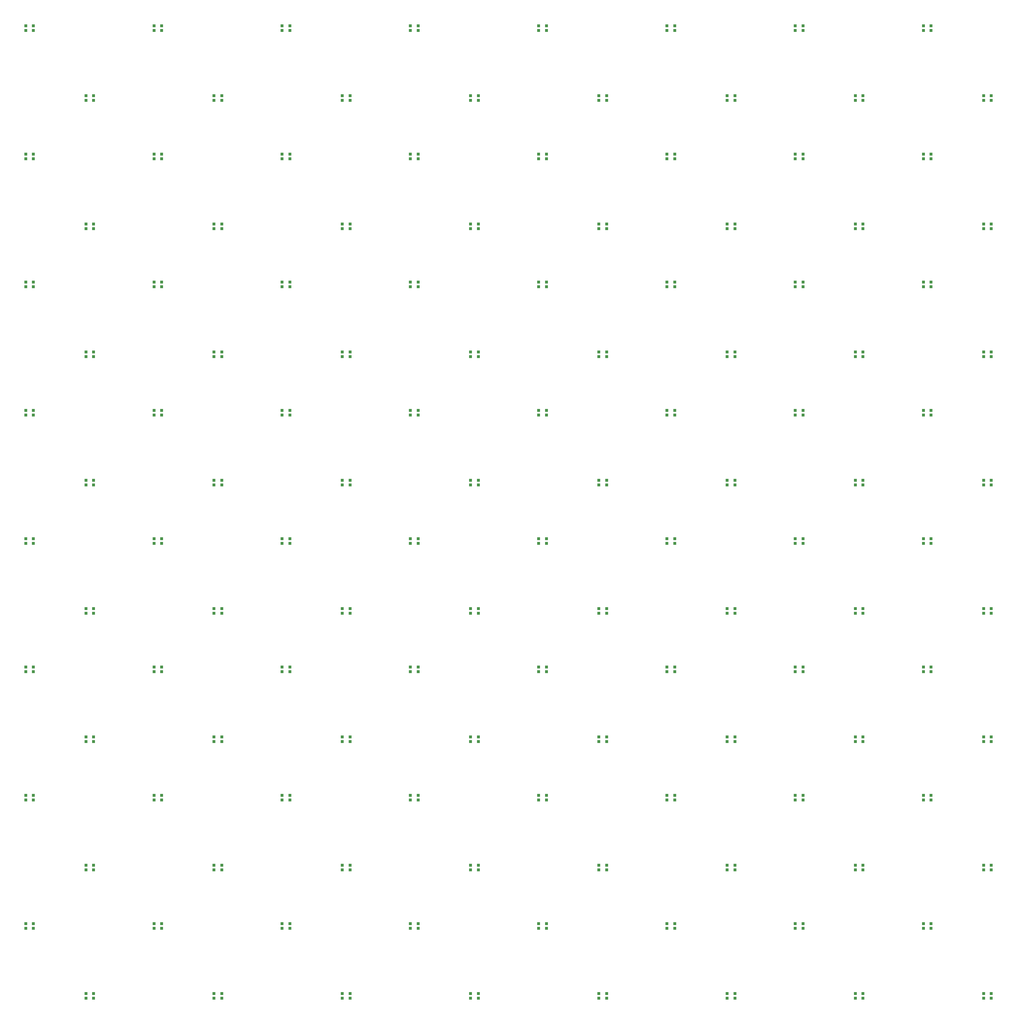
<source format=gbr>
%TF.GenerationSoftware,KiCad,Pcbnew,9.0.1*%
%TF.CreationDate,2025-05-31T16:07:01+01:00*%
%TF.ProjectId,Button MIDI Controller,42757474-6f6e-4204-9d49-444920436f6e,rev?*%
%TF.SameCoordinates,Original*%
%TF.FileFunction,Paste,Top*%
%TF.FilePolarity,Positive*%
%FSLAX46Y46*%
G04 Gerber Fmt 4.6, Leading zero omitted, Abs format (unit mm)*
G04 Created by KiCad (PCBNEW 9.0.1) date 2025-05-31 16:07:01*
%MOMM*%
%LPD*%
G01*
G04 APERTURE LIST*
%ADD10R,0.700000X0.700000*%
G04 APERTURE END LIST*
D10*
%TO.C,D90*%
X-85317000Y266414000D03*
X-85317000Y265314000D03*
X-83487000Y265314000D03*
X-83487000Y266414000D03*
%TD*%
%TO.C,D114*%
X-249201000Y221224000D03*
X-249201000Y222324000D03*
X-251031000Y222324000D03*
X-251031000Y221224000D03*
%TD*%
%TO.C,D192*%
X-267117000Y84614000D03*
X-267117000Y83514000D03*
X-265287000Y83514000D03*
X-265287000Y84614000D03*
%TD*%
%TO.C,D109*%
X-176217000Y236114000D03*
X-176217000Y235014000D03*
X-174387000Y235014000D03*
X-174387000Y236114000D03*
%TD*%
%TO.C,D88*%
X-67401000Y281824000D03*
X-67401000Y282924000D03*
X-69231000Y282924000D03*
X-69231000Y281824000D03*
%TD*%
%TO.C,D120*%
X-67401000Y221224000D03*
X-67401000Y222324000D03*
X-69231000Y222324000D03*
X-69231000Y221224000D03*
%TD*%
%TO.C,D161*%
X-279501000Y130324000D03*
X-279501000Y131424000D03*
X-281331000Y131424000D03*
X-281331000Y130324000D03*
%TD*%
%TO.C,D89*%
X-55017000Y266414000D03*
X-55017000Y265314000D03*
X-53187000Y265314000D03*
X-53187000Y266414000D03*
%TD*%
%TO.C,D152*%
X-67401000Y160624000D03*
X-67401000Y161724000D03*
X-69231000Y161724000D03*
X-69231000Y160624000D03*
%TD*%
%TO.C,D107*%
X-115617000Y236114000D03*
X-115617000Y235014000D03*
X-113787000Y235014000D03*
X-113787000Y236114000D03*
%TD*%
%TO.C,D137*%
X-55017000Y175514000D03*
X-55017000Y174414000D03*
X-53187000Y174414000D03*
X-53187000Y175514000D03*
%TD*%
%TO.C,D133*%
X-158301000Y190924000D03*
X-158301000Y192024000D03*
X-160131000Y192024000D03*
X-160131000Y190924000D03*
%TD*%
%TO.C,D113*%
X-279501000Y221224000D03*
X-279501000Y222324000D03*
X-281331000Y222324000D03*
X-281331000Y221224000D03*
%TD*%
%TO.C,D91*%
X-115617000Y266414000D03*
X-115617000Y265314000D03*
X-113787000Y265314000D03*
X-113787000Y266414000D03*
%TD*%
%TO.C,D84*%
X-188601000Y281824000D03*
X-188601000Y282924000D03*
X-190431000Y282924000D03*
X-190431000Y281824000D03*
%TD*%
%TO.C,D119*%
X-97701000Y221224000D03*
X-97701000Y222324000D03*
X-99531000Y222324000D03*
X-99531000Y221224000D03*
%TD*%
%TO.C,D174*%
X-206517000Y114914000D03*
X-206517000Y113814000D03*
X-204687000Y113814000D03*
X-204687000Y114914000D03*
%TD*%
%TO.C,D112*%
X-267117000Y236114000D03*
X-267117000Y235014000D03*
X-265287000Y235014000D03*
X-265287000Y236114000D03*
%TD*%
%TO.C,D160*%
X-267117000Y145214000D03*
X-267117000Y144114000D03*
X-265287000Y144114000D03*
X-265287000Y145214000D03*
%TD*%
%TO.C,D153*%
X-55017000Y145214000D03*
X-55017000Y144114000D03*
X-53187000Y144114000D03*
X-53187000Y145214000D03*
%TD*%
%TO.C,D92*%
X-145917000Y266414000D03*
X-145917000Y265314000D03*
X-144087000Y265314000D03*
X-144087000Y266414000D03*
%TD*%
%TO.C,D94*%
X-206517000Y266414000D03*
X-206517000Y265314000D03*
X-204687000Y265314000D03*
X-204687000Y266414000D03*
%TD*%
%TO.C,D69*%
X-158301000Y312124000D03*
X-158301000Y313224000D03*
X-160131000Y313224000D03*
X-160131000Y312124000D03*
%TD*%
%TO.C,D188*%
X-145917000Y84614000D03*
X-145917000Y83514000D03*
X-144087000Y83514000D03*
X-144087000Y84614000D03*
%TD*%
%TO.C,D72*%
X-67401000Y312124000D03*
X-67401000Y313224000D03*
X-69231000Y313224000D03*
X-69231000Y312124000D03*
%TD*%
%TO.C,D130*%
X-249201000Y190924000D03*
X-249201000Y192024000D03*
X-251031000Y192024000D03*
X-251031000Y190924000D03*
%TD*%
%TO.C,D132*%
X-188601000Y190924000D03*
X-188601000Y192024000D03*
X-190431000Y192024000D03*
X-190431000Y190924000D03*
%TD*%
%TO.C,D175*%
X-236817000Y114914000D03*
X-236817000Y113814000D03*
X-234987000Y113814000D03*
X-234987000Y114914000D03*
%TD*%
%TO.C,D66*%
X-249201000Y312124000D03*
X-249201000Y313224000D03*
X-251031000Y313224000D03*
X-251031000Y312124000D03*
%TD*%
%TO.C,D95*%
X-236817000Y266414000D03*
X-236817000Y265314000D03*
X-234987000Y265314000D03*
X-234987000Y266414000D03*
%TD*%
%TO.C,D186*%
X-85317000Y84614000D03*
X-85317000Y83514000D03*
X-83487000Y83514000D03*
X-83487000Y84614000D03*
%TD*%
%TO.C,D77*%
X-176217000Y296714000D03*
X-176217000Y295614000D03*
X-174387000Y295614000D03*
X-174387000Y296714000D03*
%TD*%
%TO.C,D80*%
X-267117000Y296714000D03*
X-267117000Y295614000D03*
X-265287000Y295614000D03*
X-265287000Y296714000D03*
%TD*%
%TO.C,D129*%
X-279501000Y190924000D03*
X-279501000Y192024000D03*
X-281331000Y192024000D03*
X-281331000Y190924000D03*
%TD*%
%TO.C,D158*%
X-206517000Y145214000D03*
X-206517000Y144114000D03*
X-204687000Y144114000D03*
X-204687000Y145214000D03*
%TD*%
%TO.C,D148*%
X-188601000Y160624000D03*
X-188601000Y161724000D03*
X-190431000Y161724000D03*
X-190431000Y160624000D03*
%TD*%
%TO.C,D187*%
X-115617000Y84614000D03*
X-115617000Y83514000D03*
X-113787000Y83514000D03*
X-113787000Y84614000D03*
%TD*%
%TO.C,D110*%
X-206517000Y236114000D03*
X-206517000Y235014000D03*
X-204687000Y235014000D03*
X-204687000Y236114000D03*
%TD*%
%TO.C,D177*%
X-279501000Y100024000D03*
X-279501000Y101124000D03*
X-281331000Y101124000D03*
X-281331000Y100024000D03*
%TD*%
%TO.C,D154*%
X-85317000Y145214000D03*
X-85317000Y144114000D03*
X-83487000Y144114000D03*
X-83487000Y145214000D03*
%TD*%
%TO.C,D100*%
X-188601000Y251524000D03*
X-188601000Y252624000D03*
X-190431000Y252624000D03*
X-190431000Y251524000D03*
%TD*%
%TO.C,D134*%
X-128001000Y190924000D03*
X-128001000Y192024000D03*
X-129831000Y192024000D03*
X-129831000Y190924000D03*
%TD*%
%TO.C,D151*%
X-97701000Y160624000D03*
X-97701000Y161724000D03*
X-99531000Y161724000D03*
X-99531000Y160624000D03*
%TD*%
%TO.C,D126*%
X-206517000Y205814000D03*
X-206517000Y204714000D03*
X-204687000Y204714000D03*
X-204687000Y205814000D03*
%TD*%
%TO.C,D139*%
X-115617000Y175514000D03*
X-115617000Y174414000D03*
X-113787000Y174414000D03*
X-113787000Y175514000D03*
%TD*%
%TO.C,D103*%
X-97701000Y251524000D03*
X-97701000Y252624000D03*
X-99531000Y252624000D03*
X-99531000Y251524000D03*
%TD*%
%TO.C,D106*%
X-85317000Y236114000D03*
X-85317000Y235014000D03*
X-83487000Y235014000D03*
X-83487000Y236114000D03*
%TD*%
%TO.C,D87*%
X-97701000Y281824000D03*
X-97701000Y282924000D03*
X-99531000Y282924000D03*
X-99531000Y281824000D03*
%TD*%
%TO.C,D184*%
X-67401000Y100024000D03*
X-67401000Y101124000D03*
X-69231000Y101124000D03*
X-69231000Y100024000D03*
%TD*%
%TO.C,D65*%
X-279501000Y312124000D03*
X-279501000Y313224000D03*
X-281331000Y313224000D03*
X-281331000Y312124000D03*
%TD*%
%TO.C,D99*%
X-218901000Y251524000D03*
X-218901000Y252624000D03*
X-220731000Y252624000D03*
X-220731000Y251524000D03*
%TD*%
%TO.C,D165*%
X-158301000Y130324000D03*
X-158301000Y131424000D03*
X-160131000Y131424000D03*
X-160131000Y130324000D03*
%TD*%
%TO.C,D156*%
X-145917000Y145214000D03*
X-145917000Y144114000D03*
X-144087000Y144114000D03*
X-144087000Y145214000D03*
%TD*%
%TO.C,D75*%
X-115617000Y296714000D03*
X-115617000Y295614000D03*
X-113787000Y295614000D03*
X-113787000Y296714000D03*
%TD*%
%TO.C,D164*%
X-188601000Y130324000D03*
X-188601000Y131424000D03*
X-190431000Y131424000D03*
X-190431000Y130324000D03*
%TD*%
%TO.C,D168*%
X-67401000Y130324000D03*
X-67401000Y131424000D03*
X-69231000Y131424000D03*
X-69231000Y130324000D03*
%TD*%
%TO.C,D190*%
X-206517000Y84614000D03*
X-206517000Y83514000D03*
X-204687000Y83514000D03*
X-204687000Y84614000D03*
%TD*%
%TO.C,D82*%
X-249201000Y281824000D03*
X-249201000Y282924000D03*
X-251031000Y282924000D03*
X-251031000Y281824000D03*
%TD*%
%TO.C,D70*%
X-128001000Y312124000D03*
X-128001000Y313224000D03*
X-129831000Y313224000D03*
X-129831000Y312124000D03*
%TD*%
%TO.C,D122*%
X-85317000Y205814000D03*
X-85317000Y204714000D03*
X-83487000Y204714000D03*
X-83487000Y205814000D03*
%TD*%
%TO.C,D101*%
X-158301000Y251524000D03*
X-158301000Y252624000D03*
X-160131000Y252624000D03*
X-160131000Y251524000D03*
%TD*%
%TO.C,D185*%
X-55017000Y84614000D03*
X-55017000Y83514000D03*
X-53187000Y83514000D03*
X-53187000Y84614000D03*
%TD*%
%TO.C,D163*%
X-218901000Y130324000D03*
X-218901000Y131424000D03*
X-220731000Y131424000D03*
X-220731000Y130324000D03*
%TD*%
%TO.C,D83*%
X-218901000Y281824000D03*
X-218901000Y282924000D03*
X-220731000Y282924000D03*
X-220731000Y281824000D03*
%TD*%
%TO.C,D150*%
X-128001000Y160624000D03*
X-128001000Y161724000D03*
X-129831000Y161724000D03*
X-129831000Y160624000D03*
%TD*%
%TO.C,D71*%
X-97701000Y312124000D03*
X-97701000Y313224000D03*
X-99531000Y313224000D03*
X-99531000Y312124000D03*
%TD*%
%TO.C,D182*%
X-128001000Y100024000D03*
X-128001000Y101124000D03*
X-129831000Y101124000D03*
X-129831000Y100024000D03*
%TD*%
%TO.C,D115*%
X-218901000Y221224000D03*
X-218901000Y222324000D03*
X-220731000Y222324000D03*
X-220731000Y221224000D03*
%TD*%
%TO.C,D81*%
X-279501000Y281824000D03*
X-279501000Y282924000D03*
X-281331000Y282924000D03*
X-281331000Y281824000D03*
%TD*%
%TO.C,D191*%
X-236817000Y84614000D03*
X-236817000Y83514000D03*
X-234987000Y83514000D03*
X-234987000Y84614000D03*
%TD*%
%TO.C,D135*%
X-97701000Y190924000D03*
X-97701000Y192024000D03*
X-99531000Y192024000D03*
X-99531000Y190924000D03*
%TD*%
%TO.C,D178*%
X-249201000Y100024000D03*
X-249201000Y101124000D03*
X-251031000Y101124000D03*
X-251031000Y100024000D03*
%TD*%
%TO.C,D98*%
X-249201000Y251524000D03*
X-249201000Y252624000D03*
X-251031000Y252624000D03*
X-251031000Y251524000D03*
%TD*%
%TO.C,D125*%
X-176217000Y205814000D03*
X-176217000Y204714000D03*
X-174387000Y204714000D03*
X-174387000Y205814000D03*
%TD*%
%TO.C,D170*%
X-85317000Y114914000D03*
X-85317000Y113814000D03*
X-83487000Y113814000D03*
X-83487000Y114914000D03*
%TD*%
%TO.C,D96*%
X-267117000Y266414000D03*
X-267117000Y265314000D03*
X-265287000Y265314000D03*
X-265287000Y266414000D03*
%TD*%
%TO.C,D173*%
X-176217000Y114914000D03*
X-176217000Y113814000D03*
X-174387000Y113814000D03*
X-174387000Y114914000D03*
%TD*%
%TO.C,D167*%
X-97701000Y130324000D03*
X-97701000Y131424000D03*
X-99531000Y131424000D03*
X-99531000Y130324000D03*
%TD*%
%TO.C,D169*%
X-55017000Y114914000D03*
X-55017000Y113814000D03*
X-53187000Y113814000D03*
X-53187000Y114914000D03*
%TD*%
%TO.C,D179*%
X-218901000Y100024000D03*
X-218901000Y101124000D03*
X-220731000Y101124000D03*
X-220731000Y100024000D03*
%TD*%
%TO.C,D105*%
X-55017000Y236114000D03*
X-55017000Y235014000D03*
X-53187000Y235014000D03*
X-53187000Y236114000D03*
%TD*%
%TO.C,D108*%
X-145917000Y236114000D03*
X-145917000Y235014000D03*
X-144087000Y235014000D03*
X-144087000Y236114000D03*
%TD*%
%TO.C,D176*%
X-267117000Y114914000D03*
X-267117000Y113814000D03*
X-265287000Y113814000D03*
X-265287000Y114914000D03*
%TD*%
%TO.C,D79*%
X-236817000Y296714000D03*
X-236817000Y295614000D03*
X-234987000Y295614000D03*
X-234987000Y296714000D03*
%TD*%
%TO.C,D123*%
X-115617000Y205814000D03*
X-115617000Y204714000D03*
X-113787000Y204714000D03*
X-113787000Y205814000D03*
%TD*%
%TO.C,D85*%
X-158301000Y281824000D03*
X-158301000Y282924000D03*
X-160131000Y282924000D03*
X-160131000Y281824000D03*
%TD*%
%TO.C,D143*%
X-236817000Y175514000D03*
X-236817000Y174414000D03*
X-234987000Y174414000D03*
X-234987000Y175514000D03*
%TD*%
%TO.C,D136*%
X-67401000Y190924000D03*
X-67401000Y192024000D03*
X-69231000Y192024000D03*
X-69231000Y190924000D03*
%TD*%
%TO.C,D166*%
X-128001000Y130324000D03*
X-128001000Y131424000D03*
X-129831000Y131424000D03*
X-129831000Y130324000D03*
%TD*%
%TO.C,D142*%
X-206517000Y175514000D03*
X-206517000Y174414000D03*
X-204687000Y174414000D03*
X-204687000Y175514000D03*
%TD*%
%TO.C,D76*%
X-145917000Y296714000D03*
X-145917000Y295614000D03*
X-144087000Y295614000D03*
X-144087000Y296714000D03*
%TD*%
%TO.C,D145*%
X-279501000Y160624000D03*
X-279501000Y161724000D03*
X-281331000Y161724000D03*
X-281331000Y160624000D03*
%TD*%
%TO.C,D78*%
X-206517000Y296714000D03*
X-206517000Y295614000D03*
X-204687000Y295614000D03*
X-204687000Y296714000D03*
%TD*%
%TO.C,D149*%
X-158301000Y160624000D03*
X-158301000Y161724000D03*
X-160131000Y161724000D03*
X-160131000Y160624000D03*
%TD*%
%TO.C,D121*%
X-55017000Y205814000D03*
X-55017000Y204714000D03*
X-53187000Y204714000D03*
X-53187000Y205814000D03*
%TD*%
%TO.C,D116*%
X-188601000Y221224000D03*
X-188601000Y222324000D03*
X-190431000Y222324000D03*
X-190431000Y221224000D03*
%TD*%
%TO.C,D146*%
X-249201000Y160624000D03*
X-249201000Y161724000D03*
X-251031000Y161724000D03*
X-251031000Y160624000D03*
%TD*%
%TO.C,D74*%
X-85317000Y296714000D03*
X-85317000Y295614000D03*
X-83487000Y295614000D03*
X-83487000Y296714000D03*
%TD*%
%TO.C,D147*%
X-218901000Y160624000D03*
X-218901000Y161724000D03*
X-220731000Y161724000D03*
X-220731000Y160624000D03*
%TD*%
%TO.C,D86*%
X-128001000Y281824000D03*
X-128001000Y282924000D03*
X-129831000Y282924000D03*
X-129831000Y281824000D03*
%TD*%
%TO.C,D127*%
X-236817000Y205814000D03*
X-236817000Y204714000D03*
X-234987000Y204714000D03*
X-234987000Y205814000D03*
%TD*%
%TO.C,D183*%
X-97701000Y100024000D03*
X-97701000Y101124000D03*
X-99531000Y101124000D03*
X-99531000Y100024000D03*
%TD*%
%TO.C,D172*%
X-145917000Y114914000D03*
X-145917000Y113814000D03*
X-144087000Y113814000D03*
X-144087000Y114914000D03*
%TD*%
%TO.C,D97*%
X-279501000Y251524000D03*
X-279501000Y252624000D03*
X-281331000Y252624000D03*
X-281331000Y251524000D03*
%TD*%
%TO.C,D111*%
X-236817000Y236114000D03*
X-236817000Y235014000D03*
X-234987000Y235014000D03*
X-234987000Y236114000D03*
%TD*%
%TO.C,D180*%
X-188601000Y100024000D03*
X-188601000Y101124000D03*
X-190431000Y101124000D03*
X-190431000Y100024000D03*
%TD*%
%TO.C,D93*%
X-176217000Y266414000D03*
X-176217000Y265314000D03*
X-174387000Y265314000D03*
X-174387000Y266414000D03*
%TD*%
%TO.C,D131*%
X-218901000Y190924000D03*
X-218901000Y192024000D03*
X-220731000Y192024000D03*
X-220731000Y190924000D03*
%TD*%
%TO.C,D159*%
X-236817000Y145214000D03*
X-236817000Y144114000D03*
X-234987000Y144114000D03*
X-234987000Y145214000D03*
%TD*%
%TO.C,D118*%
X-128001000Y221224000D03*
X-128001000Y222324000D03*
X-129831000Y222324000D03*
X-129831000Y221224000D03*
%TD*%
%TO.C,D117*%
X-158301000Y221224000D03*
X-158301000Y222324000D03*
X-160131000Y222324000D03*
X-160131000Y221224000D03*
%TD*%
%TO.C,D157*%
X-176217000Y145214000D03*
X-176217000Y144114000D03*
X-174387000Y144114000D03*
X-174387000Y145214000D03*
%TD*%
%TO.C,D67*%
X-218901000Y312124000D03*
X-218901000Y313224000D03*
X-220731000Y313224000D03*
X-220731000Y312124000D03*
%TD*%
%TO.C,D189*%
X-176217000Y84614000D03*
X-176217000Y83514000D03*
X-174387000Y83514000D03*
X-174387000Y84614000D03*
%TD*%
%TO.C,D73*%
X-55017000Y296714000D03*
X-55017000Y295614000D03*
X-53187000Y295614000D03*
X-53187000Y296714000D03*
%TD*%
%TO.C,D171*%
X-115617000Y114914000D03*
X-115617000Y113814000D03*
X-113787000Y113814000D03*
X-113787000Y114914000D03*
%TD*%
%TO.C,D141*%
X-176217000Y175514000D03*
X-176217000Y174414000D03*
X-174387000Y174414000D03*
X-174387000Y175514000D03*
%TD*%
%TO.C,D162*%
X-249201000Y130324000D03*
X-249201000Y131424000D03*
X-251031000Y131424000D03*
X-251031000Y130324000D03*
%TD*%
%TO.C,D144*%
X-267117000Y175514000D03*
X-267117000Y174414000D03*
X-265287000Y174414000D03*
X-265287000Y175514000D03*
%TD*%
%TO.C,D181*%
X-158301000Y100024000D03*
X-158301000Y101124000D03*
X-160131000Y101124000D03*
X-160131000Y100024000D03*
%TD*%
%TO.C,D102*%
X-128001000Y251524000D03*
X-128001000Y252624000D03*
X-129831000Y252624000D03*
X-129831000Y251524000D03*
%TD*%
%TO.C,D104*%
X-67401000Y251524000D03*
X-67401000Y252624000D03*
X-69231000Y252624000D03*
X-69231000Y251524000D03*
%TD*%
%TO.C,D68*%
X-188601000Y312124000D03*
X-188601000Y313224000D03*
X-190431000Y313224000D03*
X-190431000Y312124000D03*
%TD*%
%TO.C,D155*%
X-115617000Y145214000D03*
X-115617000Y144114000D03*
X-113787000Y144114000D03*
X-113787000Y145214000D03*
%TD*%
%TO.C,D124*%
X-145917000Y205814000D03*
X-145917000Y204714000D03*
X-144087000Y204714000D03*
X-144087000Y205814000D03*
%TD*%
%TO.C,D138*%
X-85317000Y175514000D03*
X-85317000Y174414000D03*
X-83487000Y174414000D03*
X-83487000Y175514000D03*
%TD*%
%TO.C,D140*%
X-145917000Y175514000D03*
X-145917000Y174414000D03*
X-144087000Y174414000D03*
X-144087000Y175514000D03*
%TD*%
%TO.C,D128*%
X-267117000Y205814000D03*
X-267117000Y204714000D03*
X-265287000Y204714000D03*
X-265287000Y205814000D03*
%TD*%
M02*

</source>
